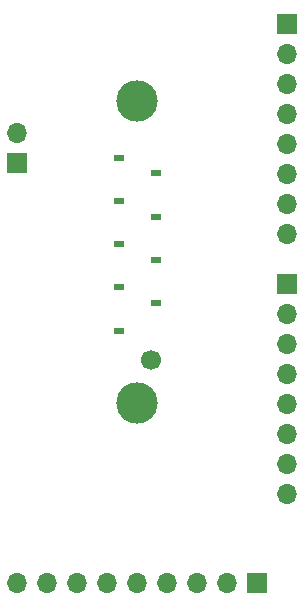
<source format=gbs>
%TF.GenerationSoftware,KiCad,Pcbnew,7.0.5-94-gd77180d9b5*%
%TF.CreationDate,2023-06-13T21:26:35-05:00*%
%TF.ProjectId,Tek P6860 Adapter v.2,54656b20-5036-4383-9630-204164617074,rev?*%
%TF.SameCoordinates,Original*%
%TF.FileFunction,Soldermask,Bot*%
%TF.FilePolarity,Negative*%
%FSLAX46Y46*%
G04 Gerber Fmt 4.6, Leading zero omitted, Abs format (unit mm)*
G04 Created by KiCad (PCBNEW 7.0.5-94-gd77180d9b5) date 2023-06-13 21:26:35*
%MOMM*%
%LPD*%
G01*
G04 APERTURE LIST*
%ADD10R,1.700000X1.700000*%
%ADD11O,1.700000X1.700000*%
%ADD12C,3.500000*%
%ADD13C,1.700000*%
%ADD14R,0.950000X0.550000*%
G04 APERTURE END LIST*
D10*
%TO.C,J3*%
X21082000Y-31242000D03*
D11*
X21082000Y-28702000D03*
%TD*%
D12*
%TO.C,J4*%
X31242000Y-25912000D03*
D13*
X32385000Y-47882000D03*
D12*
X31242000Y-51562000D03*
D14*
X29677000Y-45387000D03*
X29677000Y-41732000D03*
X29677000Y-38072000D03*
X29677000Y-34407000D03*
X29677000Y-30757000D03*
X32807000Y-43052000D03*
X32812000Y-39392000D03*
X32812000Y-35742000D03*
X32807000Y-32082000D03*
%TD*%
D10*
%TO.C,J5*%
X41402000Y-66802000D03*
D11*
X38862000Y-66802000D03*
X36322000Y-66802000D03*
X33782000Y-66802000D03*
X31242000Y-66802000D03*
X28702000Y-66802000D03*
X26162000Y-66802000D03*
X23622000Y-66802000D03*
X21082000Y-66802000D03*
%TD*%
D10*
%TO.C,J2*%
X43942000Y-19427000D03*
D11*
X43942000Y-21967000D03*
X43942000Y-24507000D03*
X43942000Y-27047000D03*
X43942000Y-29587000D03*
X43942000Y-32127000D03*
X43942000Y-34667000D03*
X43942000Y-37207000D03*
%TD*%
D10*
%TO.C,J1*%
X43942000Y-41427400D03*
D11*
X43942000Y-43967400D03*
X43942000Y-46507400D03*
X43942000Y-49047400D03*
X43942000Y-51587400D03*
X43942000Y-54127400D03*
X43942000Y-56667400D03*
X43942000Y-59207400D03*
%TD*%
M02*

</source>
